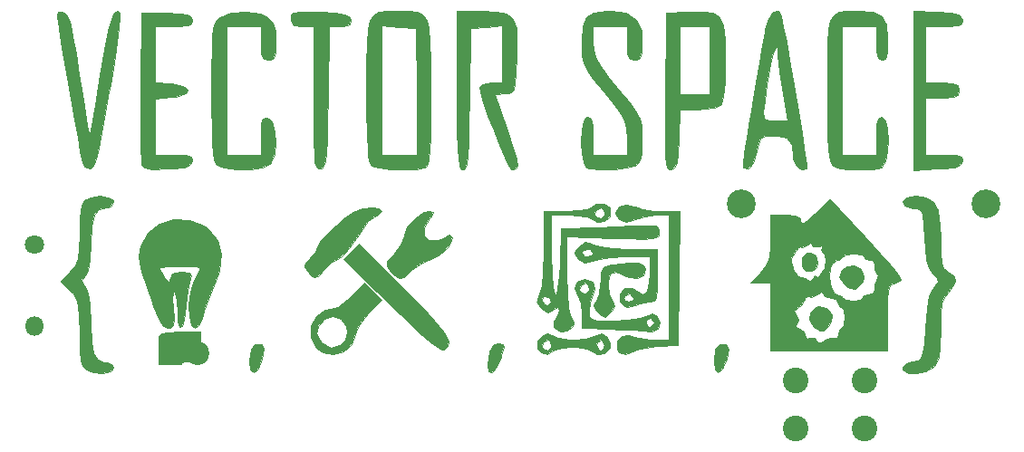
<source format=gts>
G04 #@! TF.FileFunction,Soldermask,Top*
%FSLAX46Y46*%
G04 Gerber Fmt 4.6, Leading zero omitted, Abs format (unit mm)*
G04 Created by KiCad (PCBNEW 4.0.7) date Tue Mar 13 06:06:55 2018*
%MOMM*%
%LPD*%
G01*
G04 APERTURE LIST*
%ADD10C,0.100000*%
%ADD11C,0.010000*%
%ADD12R,2.200000X2.200000*%
%ADD13C,2.200000*%
%ADD14C,1.800000*%
%ADD15O,1.800000X1.800000*%
%ADD16C,2.400000*%
%ADD17C,2.690000*%
G04 APERTURE END LIST*
D10*
D11*
G36*
X11995338Y26011681D02*
X12454188Y25713404D01*
X12488333Y25576389D01*
X12198660Y25132890D01*
X11853333Y25047222D01*
X11138069Y24887176D01*
X10682533Y24339012D01*
X10441981Y23300696D01*
X10371666Y21670192D01*
X10371666Y21668474D01*
X10317737Y20136909D01*
X10141191Y19181176D01*
X9833600Y18689836D01*
X9479474Y18280521D01*
X9654761Y17855268D01*
X9833600Y17648723D01*
X10142626Y17034674D01*
X10315776Y15960947D01*
X10371609Y14310035D01*
X10371666Y14242083D01*
X10428628Y12545794D01*
X10627951Y11442641D01*
X11012295Y10827282D01*
X11624319Y10594379D01*
X11853333Y10583333D01*
X12385531Y10341939D01*
X12488333Y10054167D01*
X12194450Y9677491D01*
X11478022Y9535181D01*
X10586877Y9641590D01*
X9930694Y9906035D01*
X9624894Y10197768D01*
X9437606Y10735436D01*
X9342594Y11665900D01*
X9313619Y13136022D01*
X9313333Y13361591D01*
X9296818Y14878888D01*
X9220376Y15869835D01*
X9043661Y16513364D01*
X8726329Y16988410D01*
X8427659Y17289615D01*
X7541985Y18121663D01*
X8427659Y19046107D01*
X8891741Y19611349D01*
X9159209Y20237037D01*
X9282303Y21133660D01*
X9313264Y22511710D01*
X9313333Y22614720D01*
X9370949Y24110351D01*
X9529632Y25192889D01*
X9736666Y25682222D01*
X10368137Y26006415D01*
X11210508Y26112793D01*
X11995338Y26011681D01*
X11995338Y26011681D01*
G37*
X11995338Y26011681D02*
X12454188Y25713404D01*
X12488333Y25576389D01*
X12198660Y25132890D01*
X11853333Y25047222D01*
X11138069Y24887176D01*
X10682533Y24339012D01*
X10441981Y23300696D01*
X10371666Y21670192D01*
X10371666Y21668474D01*
X10317737Y20136909D01*
X10141191Y19181176D01*
X9833600Y18689836D01*
X9479474Y18280521D01*
X9654761Y17855268D01*
X9833600Y17648723D01*
X10142626Y17034674D01*
X10315776Y15960947D01*
X10371609Y14310035D01*
X10371666Y14242083D01*
X10428628Y12545794D01*
X10627951Y11442641D01*
X11012295Y10827282D01*
X11624319Y10594379D01*
X11853333Y10583333D01*
X12385531Y10341939D01*
X12488333Y10054167D01*
X12194450Y9677491D01*
X11478022Y9535181D01*
X10586877Y9641590D01*
X9930694Y9906035D01*
X9624894Y10197768D01*
X9437606Y10735436D01*
X9342594Y11665900D01*
X9313619Y13136022D01*
X9313333Y13361591D01*
X9296818Y14878888D01*
X9220376Y15869835D01*
X9043661Y16513364D01*
X8726329Y16988410D01*
X8427659Y17289615D01*
X7541985Y18121663D01*
X8427659Y19046107D01*
X8891741Y19611349D01*
X9159209Y20237037D01*
X9282303Y21133660D01*
X9313264Y22511710D01*
X9313333Y22614720D01*
X9370949Y24110351D01*
X9529632Y25192889D01*
X9736666Y25682222D01*
X10368137Y26006415D01*
X11210508Y26112793D01*
X11995338Y26011681D01*
G36*
X26554886Y11825605D02*
X26382347Y10881589D01*
X25991026Y9939065D01*
X25596458Y9609200D01*
X25296531Y9903486D01*
X25188333Y10741396D01*
X25344658Y11783530D01*
X25732714Y12225487D01*
X26351416Y12290317D01*
X26554886Y11825605D01*
X26554886Y11825605D01*
G37*
X26554886Y11825605D02*
X26382347Y10881589D01*
X25991026Y9939065D01*
X25596458Y9609200D01*
X25296531Y9903486D01*
X25188333Y10741396D01*
X25344658Y11783530D01*
X25732714Y12225487D01*
X26351416Y12290317D01*
X26554886Y11825605D01*
G36*
X48887424Y12282930D02*
X48962636Y11965222D01*
X48745063Y11206855D01*
X48689157Y11044162D01*
X48255528Y10090926D01*
X47836767Y9634617D01*
X47525406Y9725675D01*
X47413333Y10348694D01*
X47579395Y11612254D01*
X48078692Y12256115D01*
X48490943Y12347222D01*
X48887424Y12282930D01*
X48887424Y12282930D01*
G37*
X48887424Y12282930D02*
X48962636Y11965222D01*
X48745063Y11206855D01*
X48689157Y11044162D01*
X48255528Y10090926D01*
X47836767Y9634617D01*
X47525406Y9725675D01*
X47413333Y10348694D01*
X47579395Y11612254D01*
X48078692Y12256115D01*
X48490943Y12347222D01*
X48887424Y12282930D01*
G36*
X69946552Y11825605D02*
X69774014Y10881589D01*
X69382693Y9939065D01*
X68988125Y9609200D01*
X68688198Y9903486D01*
X68580000Y10741396D01*
X68736325Y11783530D01*
X69124381Y12225487D01*
X69743083Y12290317D01*
X69946552Y11825605D01*
X69946552Y11825605D01*
G37*
X69946552Y11825605D02*
X69774014Y10881589D01*
X69382693Y9939065D01*
X68988125Y9609200D01*
X68688198Y9903486D01*
X68580000Y10741396D01*
X68736325Y11783530D01*
X69124381Y12225487D01*
X69743083Y12290317D01*
X69946552Y11825605D01*
G36*
X88461341Y25992246D02*
X89144309Y25579879D01*
X89542015Y24759802D01*
X89719155Y23423360D01*
X89746666Y22212214D01*
X89768753Y20781257D01*
X89859311Y19891765D01*
X90054792Y19380376D01*
X90391645Y19083727D01*
X90452222Y19050000D01*
X91013004Y18567391D01*
X91157778Y18210320D01*
X90916392Y17644591D01*
X90452222Y17109722D01*
X90091663Y16676278D01*
X89877174Y16065373D01*
X89773820Y15102348D01*
X89746672Y13612542D01*
X89746666Y13581945D01*
X89716709Y12055674D01*
X89606275Y11067182D01*
X89384525Y10450440D01*
X89101527Y10108843D01*
X88379714Y9710064D01*
X87500942Y9534488D01*
X86710670Y9588766D01*
X86254356Y9879550D01*
X86218889Y10030734D01*
X86529703Y10444740D01*
X87189028Y10648096D01*
X87656951Y10728886D01*
X87953220Y10935385D01*
X88129781Y11410910D01*
X88238581Y12298779D01*
X88331566Y13742308D01*
X88335555Y13811290D01*
X88483780Y15548403D01*
X88707753Y16710474D01*
X89034956Y17426363D01*
X89132161Y17546390D01*
X89542614Y18085616D01*
X89441547Y18481624D01*
X89058051Y18858280D01*
X88675798Y19353583D01*
X88438950Y20107654D01*
X88305391Y21296034D01*
X88261445Y22178735D01*
X88198644Y23540130D01*
X88099377Y24349879D01*
X87904908Y24761539D01*
X87556501Y24928671D01*
X87189028Y24982460D01*
X86395898Y25232653D01*
X86204228Y25615954D01*
X86577957Y25963184D01*
X87428412Y26105556D01*
X88461341Y25992246D01*
X88461341Y25992246D01*
G37*
X88461341Y25992246D02*
X89144309Y25579879D01*
X89542015Y24759802D01*
X89719155Y23423360D01*
X89746666Y22212214D01*
X89768753Y20781257D01*
X89859311Y19891765D01*
X90054792Y19380376D01*
X90391645Y19083727D01*
X90452222Y19050000D01*
X91013004Y18567391D01*
X91157778Y18210320D01*
X90916392Y17644591D01*
X90452222Y17109722D01*
X90091663Y16676278D01*
X89877174Y16065373D01*
X89773820Y15102348D01*
X89746672Y13612542D01*
X89746666Y13581945D01*
X89716709Y12055674D01*
X89606275Y11067182D01*
X89384525Y10450440D01*
X89101527Y10108843D01*
X88379714Y9710064D01*
X87500942Y9534488D01*
X86710670Y9588766D01*
X86254356Y9879550D01*
X86218889Y10030734D01*
X86529703Y10444740D01*
X87189028Y10648096D01*
X87656951Y10728886D01*
X87953220Y10935385D01*
X88129781Y11410910D01*
X88238581Y12298779D01*
X88331566Y13742308D01*
X88335555Y13811290D01*
X88483780Y15548403D01*
X88707753Y16710474D01*
X89034956Y17426363D01*
X89132161Y17546390D01*
X89542614Y18085616D01*
X89441547Y18481624D01*
X89058051Y18858280D01*
X88675798Y19353583D01*
X88438950Y20107654D01*
X88305391Y21296034D01*
X88261445Y22178735D01*
X88198644Y23540130D01*
X88099377Y24349879D01*
X87904908Y24761539D01*
X87556501Y24928671D01*
X87189028Y24982460D01*
X86395898Y25232653D01*
X86204228Y25615954D01*
X86577957Y25963184D01*
X87428412Y26105556D01*
X88461341Y25992246D01*
G36*
X20602222Y12248176D02*
X20323774Y11234926D01*
X19585366Y10653827D01*
X18532400Y10574617D01*
X17691805Y10852300D01*
X16942986Y11433955D01*
X16722040Y12313646D01*
X16721666Y12366472D01*
X16755768Y12960533D01*
X16973826Y13269744D01*
X17549474Y13387089D01*
X18656344Y13405556D01*
X20602222Y13405556D01*
X20602222Y12248176D01*
X20602222Y12248176D01*
G37*
X20602222Y12248176D02*
X20323774Y11234926D01*
X19585366Y10653827D01*
X18532400Y10574617D01*
X17691805Y10852300D01*
X16942986Y11433955D01*
X16722040Y12313646D01*
X16721666Y12366472D01*
X16755768Y12960533D01*
X16973826Y13269744D01*
X17549474Y13387089D01*
X18656344Y13405556D01*
X20602222Y13405556D01*
X20602222Y12248176D01*
G36*
X37547601Y16446251D02*
X36306856Y15175613D01*
X35581161Y14294720D01*
X35134398Y13487115D01*
X35066111Y13180774D01*
X34766863Y12247119D01*
X34015008Y11604966D01*
X33029374Y11329074D01*
X32028794Y11494200D01*
X31416620Y11934028D01*
X30915417Y12913002D01*
X30924466Y13267894D01*
X31441810Y13267894D01*
X31753609Y12655996D01*
X31979996Y12415127D01*
X32833125Y11948264D01*
X33673522Y12152636D01*
X34197731Y12721947D01*
X34295513Y13323257D01*
X34210657Y13954773D01*
X33752668Y14635011D01*
X33000141Y14865428D01*
X32204396Y14643245D01*
X31624694Y13983383D01*
X31441810Y13267894D01*
X30924466Y13267894D01*
X30942138Y13960961D01*
X31415697Y14870556D01*
X32255007Y15434435D01*
X32819824Y15522222D01*
X33466870Y15763724D01*
X34309836Y16375679D01*
X34711548Y16755103D01*
X35906503Y17987983D01*
X37547601Y16446251D01*
X37547601Y16446251D01*
G37*
X37547601Y16446251D02*
X36306856Y15175613D01*
X35581161Y14294720D01*
X35134398Y13487115D01*
X35066111Y13180774D01*
X34766863Y12247119D01*
X34015008Y11604966D01*
X33029374Y11329074D01*
X32028794Y11494200D01*
X31416620Y11934028D01*
X30915417Y12913002D01*
X30924466Y13267894D01*
X31441810Y13267894D01*
X31753609Y12655996D01*
X31979996Y12415127D01*
X32833125Y11948264D01*
X33673522Y12152636D01*
X34197731Y12721947D01*
X34295513Y13323257D01*
X34210657Y13954773D01*
X33752668Y14635011D01*
X33000141Y14865428D01*
X32204396Y14643245D01*
X31624694Y13983383D01*
X31441810Y13267894D01*
X30924466Y13267894D01*
X30942138Y13960961D01*
X31415697Y14870556D01*
X32255007Y15434435D01*
X32819824Y15522222D01*
X33466870Y15763724D01*
X34309836Y16375679D01*
X34711548Y16755103D01*
X35906503Y17987983D01*
X37547601Y16446251D01*
G36*
X58612773Y12966391D02*
X58901032Y12370855D01*
X58853830Y11880688D01*
X58374527Y11407973D01*
X57674576Y11307779D01*
X57121695Y11630643D01*
X57114722Y11641667D01*
X56657161Y11857237D01*
X55764497Y11982022D01*
X55350833Y11994445D01*
X54360467Y11920429D01*
X53698640Y11734316D01*
X53586944Y11641667D01*
X53050695Y11305325D01*
X52422641Y11458578D01*
X52116521Y11845411D01*
X52120599Y12014131D01*
X52507615Y12014131D01*
X52596998Y11867261D01*
X53109096Y11652658D01*
X53400316Y12030246D01*
X53410555Y12170833D01*
X57643889Y12170833D01*
X57834379Y11701368D01*
X57996666Y11641667D01*
X58309644Y11927402D01*
X58349444Y12170833D01*
X58158954Y12640299D01*
X57996666Y12700000D01*
X57683689Y12414265D01*
X57643889Y12170833D01*
X53410555Y12170833D01*
X53231111Y12640463D01*
X53078597Y12700000D01*
X52617934Y12466582D01*
X52507615Y12014131D01*
X52120599Y12014131D01*
X52132231Y12495324D01*
X52522294Y13042653D01*
X53071511Y13285092D01*
X53478591Y13125853D01*
X54070425Y12867879D01*
X55063117Y12716572D01*
X55527222Y12700000D01*
X56597883Y12787612D01*
X57395259Y13008411D01*
X57575853Y13125853D01*
X58102198Y13285138D01*
X58612773Y12966391D01*
X58612773Y12966391D01*
G37*
X58612773Y12966391D02*
X58901032Y12370855D01*
X58853830Y11880688D01*
X58374527Y11407973D01*
X57674576Y11307779D01*
X57121695Y11630643D01*
X57114722Y11641667D01*
X56657161Y11857237D01*
X55764497Y11982022D01*
X55350833Y11994445D01*
X54360467Y11920429D01*
X53698640Y11734316D01*
X53586944Y11641667D01*
X53050695Y11305325D01*
X52422641Y11458578D01*
X52116521Y11845411D01*
X52120599Y12014131D01*
X52507615Y12014131D01*
X52596998Y11867261D01*
X53109096Y11652658D01*
X53400316Y12030246D01*
X53410555Y12170833D01*
X57643889Y12170833D01*
X57834379Y11701368D01*
X57996666Y11641667D01*
X58309644Y11927402D01*
X58349444Y12170833D01*
X58158954Y12640299D01*
X57996666Y12700000D01*
X57683689Y12414265D01*
X57643889Y12170833D01*
X53410555Y12170833D01*
X53231111Y12640463D01*
X53078597Y12700000D01*
X52617934Y12466582D01*
X52507615Y12014131D01*
X52120599Y12014131D01*
X52132231Y12495324D01*
X52522294Y13042653D01*
X53071511Y13285092D01*
X53478591Y13125853D01*
X54070425Y12867879D01*
X55063117Y12716572D01*
X55527222Y12700000D01*
X56597883Y12787612D01*
X57395259Y13008411D01*
X57575853Y13125853D01*
X58102198Y13285138D01*
X58612773Y12966391D01*
G36*
X61171023Y25128594D02*
X61213611Y25102898D01*
X61942994Y24862121D01*
X63050368Y24715396D01*
X63644464Y24694444D01*
X65421280Y24694444D01*
X65324945Y18432639D01*
X65228611Y12170833D01*
X63288333Y12062431D01*
X62150206Y11945269D01*
X61298782Y11760002D01*
X61012916Y11621458D01*
X60331663Y11302264D01*
X59715157Y11535200D01*
X59533627Y11822548D01*
X59535533Y12558393D01*
X59992097Y13058838D01*
X60678268Y13112048D01*
X60832740Y13045365D01*
X61597423Y12821119D01*
X62669714Y12704627D01*
X62912363Y12700000D01*
X64346666Y12700000D01*
X64346666Y24341667D01*
X63107157Y24341667D01*
X62064695Y24227025D01*
X61240669Y23949499D01*
X61213611Y23933213D01*
X60406167Y23696326D01*
X59718530Y23905863D01*
X59408727Y24478259D01*
X59407777Y24518056D01*
X59689702Y25107749D01*
X60363459Y25339117D01*
X61171023Y25128594D01*
X61171023Y25128594D01*
G37*
X61171023Y25128594D02*
X61213611Y25102898D01*
X61942994Y24862121D01*
X63050368Y24715396D01*
X63644464Y24694444D01*
X65421280Y24694444D01*
X65324945Y18432639D01*
X65228611Y12170833D01*
X63288333Y12062431D01*
X62150206Y11945269D01*
X61298782Y11760002D01*
X61012916Y11621458D01*
X60331663Y11302264D01*
X59715157Y11535200D01*
X59533627Y11822548D01*
X59535533Y12558393D01*
X59992097Y13058838D01*
X60678268Y13112048D01*
X60832740Y13045365D01*
X61597423Y12821119D01*
X62669714Y12704627D01*
X62912363Y12700000D01*
X64346666Y12700000D01*
X64346666Y24341667D01*
X63107157Y24341667D01*
X62064695Y24227025D01*
X61240669Y23949499D01*
X61213611Y23933213D01*
X60406167Y23696326D01*
X59718530Y23905863D01*
X59408727Y24478259D01*
X59407777Y24518056D01*
X59689702Y25107749D01*
X60363459Y25339117D01*
X61171023Y25128594D01*
G36*
X39664839Y17454846D02*
X41412932Y15674352D01*
X42661396Y14299758D01*
X43444693Y13275922D01*
X43797281Y12547706D01*
X43753621Y12059967D01*
X43348174Y11757566D01*
X43248003Y11721365D01*
X42858895Y11908606D01*
X42065607Y12522212D01*
X40957873Y13484705D01*
X39625427Y14718607D01*
X38393148Y15913106D01*
X33999456Y20256802D01*
X35423179Y21680525D01*
X39664839Y17454846D01*
X39664839Y17454846D01*
G37*
X39664839Y17454846D02*
X41412932Y15674352D01*
X42661396Y14299758D01*
X43444693Y13275922D01*
X43797281Y12547706D01*
X43753621Y12059967D01*
X43348174Y11757566D01*
X43248003Y11721365D01*
X42858895Y11908606D01*
X42065607Y12522212D01*
X40957873Y13484705D01*
X39625427Y14718607D01*
X38393148Y15913106D01*
X33999456Y20256802D01*
X35423179Y21680525D01*
X39664839Y17454846D01*
G36*
X82980938Y21982174D02*
X84349898Y20507708D01*
X85282823Y19464585D01*
X85832749Y18775602D01*
X86052711Y18363558D01*
X85995745Y18151250D01*
X85714887Y18061475D01*
X85677810Y18056429D01*
X85264512Y17972868D01*
X85008500Y17757522D01*
X84872136Y17269215D01*
X84817779Y16366773D01*
X84807788Y14909020D01*
X84807778Y14793234D01*
X84807778Y11641667D01*
X73871666Y11641667D01*
X73871666Y15433055D01*
X76081575Y15433055D01*
X76273726Y15095718D01*
X76486972Y14576333D01*
X76289521Y14225338D01*
X76114801Y13845750D01*
X76474304Y13758333D01*
X76968715Y13476161D01*
X77046666Y13191423D01*
X77263577Y12790862D01*
X77575833Y12827574D01*
X78030090Y12834907D01*
X78105000Y12688928D01*
X78331730Y12371492D01*
X78777559Y12470741D01*
X78977422Y12684593D01*
X79436348Y12876779D01*
X79703797Y12823238D01*
X80146825Y12892298D01*
X80221666Y13191423D01*
X80371519Y13685043D01*
X80515648Y13758333D01*
X80723303Y14064771D01*
X80809629Y14801148D01*
X80726217Y15475491D01*
X80524616Y15667334D01*
X80515648Y15662273D01*
X80262734Y15776447D01*
X80221666Y16030569D01*
X79926735Y16484323D01*
X79516111Y16580556D01*
X78943163Y16746142D01*
X78810555Y16976529D01*
X78650415Y17171844D01*
X78296842Y16946159D01*
X77697244Y16692577D01*
X77414898Y16747394D01*
X77093950Y16683851D01*
X77046666Y16462730D01*
X76759462Y15912900D01*
X76458509Y15724789D01*
X76081575Y15433055D01*
X73871666Y15433055D01*
X73871666Y17991667D01*
X71975774Y17991667D01*
X72923720Y18981109D01*
X73466413Y19647745D01*
X73587110Y19949851D01*
X75800192Y19949851D01*
X76094791Y19079380D01*
X76462936Y18566540D01*
X76706478Y18528614D01*
X77121588Y18454841D01*
X77242776Y18312535D01*
X77558556Y18140326D01*
X77790917Y18394975D01*
X77894306Y18502091D01*
X79340512Y18502091D01*
X79504727Y17614286D01*
X79847735Y17031171D01*
X80086403Y16933333D01*
X80529296Y16762490D01*
X80574444Y16639352D01*
X80880882Y16431696D01*
X81617259Y16345370D01*
X82291602Y16428783D01*
X82483444Y16630384D01*
X82478384Y16639352D01*
X82619930Y16869556D01*
X83043889Y16933333D01*
X83550400Y17069243D01*
X83563505Y17301565D01*
X83562823Y17850889D01*
X83736204Y18152102D01*
X83931903Y18676284D01*
X83781982Y18853502D01*
X83574680Y19321828D01*
X83626206Y19590464D01*
X83557146Y20033492D01*
X83258021Y20108333D01*
X82764401Y20258186D01*
X82691111Y20402315D01*
X82384321Y20608795D01*
X81645223Y20696276D01*
X81632778Y20696296D01*
X80889447Y20611077D01*
X80574517Y20405772D01*
X80574444Y20402315D01*
X80290827Y20135527D01*
X80086422Y20108333D01*
X79606009Y19813975D01*
X79423075Y19437888D01*
X79340512Y18502091D01*
X77894306Y18502091D01*
X78050767Y18664191D01*
X78099598Y18583829D01*
X78297117Y18545382D01*
X78558714Y18760218D01*
X78910826Y19369806D01*
X79061450Y20099206D01*
X78981794Y20665664D01*
X78767811Y20813889D01*
X78593843Y21038424D01*
X78671218Y21226617D01*
X78688314Y21491536D01*
X78339260Y21414078D01*
X77849925Y21397266D01*
X77752222Y21573712D01*
X77560049Y21736795D01*
X77223055Y21519444D01*
X76797165Y21283165D01*
X76693889Y21367286D01*
X76525748Y21353719D01*
X76206253Y20987416D01*
X75853049Y20317460D01*
X75800192Y19949851D01*
X73587110Y19949851D01*
X73753237Y20365666D01*
X73860952Y21391961D01*
X73871666Y22156109D01*
X73871666Y24341667D01*
X75282778Y24341667D01*
X76229145Y24269957D01*
X76639201Y24009753D01*
X76693889Y23740905D01*
X76832654Y23517842D01*
X77292097Y23775870D01*
X78053961Y24468217D01*
X79414033Y25796292D01*
X82980938Y21982174D01*
X82980938Y21982174D01*
G37*
X82980938Y21982174D02*
X84349898Y20507708D01*
X85282823Y19464585D01*
X85832749Y18775602D01*
X86052711Y18363558D01*
X85995745Y18151250D01*
X85714887Y18061475D01*
X85677810Y18056429D01*
X85264512Y17972868D01*
X85008500Y17757522D01*
X84872136Y17269215D01*
X84817779Y16366773D01*
X84807788Y14909020D01*
X84807778Y14793234D01*
X84807778Y11641667D01*
X73871666Y11641667D01*
X73871666Y15433055D01*
X76081575Y15433055D01*
X76273726Y15095718D01*
X76486972Y14576333D01*
X76289521Y14225338D01*
X76114801Y13845750D01*
X76474304Y13758333D01*
X76968715Y13476161D01*
X77046666Y13191423D01*
X77263577Y12790862D01*
X77575833Y12827574D01*
X78030090Y12834907D01*
X78105000Y12688928D01*
X78331730Y12371492D01*
X78777559Y12470741D01*
X78977422Y12684593D01*
X79436348Y12876779D01*
X79703797Y12823238D01*
X80146825Y12892298D01*
X80221666Y13191423D01*
X80371519Y13685043D01*
X80515648Y13758333D01*
X80723303Y14064771D01*
X80809629Y14801148D01*
X80726217Y15475491D01*
X80524616Y15667334D01*
X80515648Y15662273D01*
X80262734Y15776447D01*
X80221666Y16030569D01*
X79926735Y16484323D01*
X79516111Y16580556D01*
X78943163Y16746142D01*
X78810555Y16976529D01*
X78650415Y17171844D01*
X78296842Y16946159D01*
X77697244Y16692577D01*
X77414898Y16747394D01*
X77093950Y16683851D01*
X77046666Y16462730D01*
X76759462Y15912900D01*
X76458509Y15724789D01*
X76081575Y15433055D01*
X73871666Y15433055D01*
X73871666Y17991667D01*
X71975774Y17991667D01*
X72923720Y18981109D01*
X73466413Y19647745D01*
X73587110Y19949851D01*
X75800192Y19949851D01*
X76094791Y19079380D01*
X76462936Y18566540D01*
X76706478Y18528614D01*
X77121588Y18454841D01*
X77242776Y18312535D01*
X77558556Y18140326D01*
X77790917Y18394975D01*
X77894306Y18502091D01*
X79340512Y18502091D01*
X79504727Y17614286D01*
X79847735Y17031171D01*
X80086403Y16933333D01*
X80529296Y16762490D01*
X80574444Y16639352D01*
X80880882Y16431696D01*
X81617259Y16345370D01*
X82291602Y16428783D01*
X82483444Y16630384D01*
X82478384Y16639352D01*
X82619930Y16869556D01*
X83043889Y16933333D01*
X83550400Y17069243D01*
X83563505Y17301565D01*
X83562823Y17850889D01*
X83736204Y18152102D01*
X83931903Y18676284D01*
X83781982Y18853502D01*
X83574680Y19321828D01*
X83626206Y19590464D01*
X83557146Y20033492D01*
X83258021Y20108333D01*
X82764401Y20258186D01*
X82691111Y20402315D01*
X82384321Y20608795D01*
X81645223Y20696276D01*
X81632778Y20696296D01*
X80889447Y20611077D01*
X80574517Y20405772D01*
X80574444Y20402315D01*
X80290827Y20135527D01*
X80086422Y20108333D01*
X79606009Y19813975D01*
X79423075Y19437888D01*
X79340512Y18502091D01*
X77894306Y18502091D01*
X78050767Y18664191D01*
X78099598Y18583829D01*
X78297117Y18545382D01*
X78558714Y18760218D01*
X78910826Y19369806D01*
X79061450Y20099206D01*
X78981794Y20665664D01*
X78767811Y20813889D01*
X78593843Y21038424D01*
X78671218Y21226617D01*
X78688314Y21491536D01*
X78339260Y21414078D01*
X77849925Y21397266D01*
X77752222Y21573712D01*
X77560049Y21736795D01*
X77223055Y21519444D01*
X76797165Y21283165D01*
X76693889Y21367286D01*
X76525748Y21353719D01*
X76206253Y20987416D01*
X75853049Y20317460D01*
X75800192Y19949851D01*
X73587110Y19949851D01*
X73753237Y20365666D01*
X73860952Y21391961D01*
X73871666Y22156109D01*
X73871666Y24341667D01*
X75282778Y24341667D01*
X76229145Y24269957D01*
X76639201Y24009753D01*
X76693889Y23740905D01*
X76832654Y23517842D01*
X77292097Y23775870D01*
X78053961Y24468217D01*
X79414033Y25796292D01*
X82980938Y21982174D01*
G36*
X58858935Y25079058D02*
X58920490Y24503615D01*
X58842012Y24197113D01*
X58364946Y23744572D01*
X57663204Y23659076D01*
X57116284Y23986375D01*
X57114722Y23988889D01*
X56662625Y24193577D01*
X55754707Y24320871D01*
X55153624Y24341667D01*
X53410555Y24341667D01*
X53410555Y20658320D01*
X53450025Y18832592D01*
X53552973Y17570084D01*
X53696213Y16895373D01*
X53856556Y16833037D01*
X54010814Y17407655D01*
X54135797Y18643803D01*
X54190901Y19831214D01*
X54292500Y23106944D01*
X57820277Y23210331D01*
X59453342Y23262359D01*
X60929964Y23316826D01*
X62034925Y23365453D01*
X62406389Y23386720D01*
X63170254Y23343384D01*
X63447346Y22989572D01*
X63464722Y22754167D01*
X63428083Y22460210D01*
X63240929Y22266817D01*
X62787400Y22158431D01*
X61951637Y22119498D01*
X60617783Y22134461D01*
X59143194Y22173943D01*
X54821666Y22299274D01*
X54821666Y18804915D01*
X54862806Y17051966D01*
X54978658Y15749055D01*
X55157874Y15006765D01*
X55221287Y14910935D01*
X55461244Y14269992D01*
X55408748Y13958435D01*
X54933349Y13502439D01*
X54245893Y13447861D01*
X53701183Y13801724D01*
X53640095Y13923425D01*
X53643856Y14491084D01*
X53778740Y14649800D01*
X54081918Y15147487D01*
X54116111Y15409849D01*
X54027259Y15768047D01*
X53649608Y15573089D01*
X53569239Y15507528D01*
X53051222Y15249851D01*
X52535167Y15544000D01*
X52429607Y15646424D01*
X52037818Y16225214D01*
X52071126Y16342396D01*
X52501757Y16342396D01*
X52784087Y15959214D01*
X53078597Y15875000D01*
X53404185Y16111694D01*
X53410555Y16168982D01*
X53180426Y16680232D01*
X52702719Y16751227D01*
X52650040Y16722977D01*
X52501757Y16342396D01*
X52071126Y16342396D01*
X52211436Y16836011D01*
X52270924Y16934249D01*
X52491780Y17672255D01*
X52639871Y18998681D01*
X52703440Y20799038D01*
X52705000Y21161880D01*
X52705000Y24361353D01*
X57446504Y24361353D01*
X57535887Y24214483D01*
X58047985Y23999880D01*
X58339205Y24377469D01*
X58349444Y24518056D01*
X58170000Y24987685D01*
X58017486Y25047222D01*
X57556822Y24813804D01*
X57446504Y24361353D01*
X52705000Y24361353D01*
X52705000Y24694444D01*
X54800847Y24694444D01*
X55956308Y24749562D01*
X56805142Y24892417D01*
X57114722Y25047222D01*
X57634006Y25348376D01*
X58359184Y25358300D01*
X58858935Y25079058D01*
X58858935Y25079058D01*
G37*
X58858935Y25079058D02*
X58920490Y24503615D01*
X58842012Y24197113D01*
X58364946Y23744572D01*
X57663204Y23659076D01*
X57116284Y23986375D01*
X57114722Y23988889D01*
X56662625Y24193577D01*
X55754707Y24320871D01*
X55153624Y24341667D01*
X53410555Y24341667D01*
X53410555Y20658320D01*
X53450025Y18832592D01*
X53552973Y17570084D01*
X53696213Y16895373D01*
X53856556Y16833037D01*
X54010814Y17407655D01*
X54135797Y18643803D01*
X54190901Y19831214D01*
X54292500Y23106944D01*
X57820277Y23210331D01*
X59453342Y23262359D01*
X60929964Y23316826D01*
X62034925Y23365453D01*
X62406389Y23386720D01*
X63170254Y23343384D01*
X63447346Y22989572D01*
X63464722Y22754167D01*
X63428083Y22460210D01*
X63240929Y22266817D01*
X62787400Y22158431D01*
X61951637Y22119498D01*
X60617783Y22134461D01*
X59143194Y22173943D01*
X54821666Y22299274D01*
X54821666Y18804915D01*
X54862806Y17051966D01*
X54978658Y15749055D01*
X55157874Y15006765D01*
X55221287Y14910935D01*
X55461244Y14269992D01*
X55408748Y13958435D01*
X54933349Y13502439D01*
X54245893Y13447861D01*
X53701183Y13801724D01*
X53640095Y13923425D01*
X53643856Y14491084D01*
X53778740Y14649800D01*
X54081918Y15147487D01*
X54116111Y15409849D01*
X54027259Y15768047D01*
X53649608Y15573089D01*
X53569239Y15507528D01*
X53051222Y15249851D01*
X52535167Y15544000D01*
X52429607Y15646424D01*
X52037818Y16225214D01*
X52071126Y16342396D01*
X52501757Y16342396D01*
X52784087Y15959214D01*
X53078597Y15875000D01*
X53404185Y16111694D01*
X53410555Y16168982D01*
X53180426Y16680232D01*
X52702719Y16751227D01*
X52650040Y16722977D01*
X52501757Y16342396D01*
X52071126Y16342396D01*
X52211436Y16836011D01*
X52270924Y16934249D01*
X52491780Y17672255D01*
X52639871Y18998681D01*
X52703440Y20799038D01*
X52705000Y21161880D01*
X52705000Y24361353D01*
X57446504Y24361353D01*
X57535887Y24214483D01*
X58047985Y23999880D01*
X58339205Y24377469D01*
X58349444Y24518056D01*
X58170000Y24987685D01*
X58017486Y25047222D01*
X57556822Y24813804D01*
X57446504Y24361353D01*
X52705000Y24361353D01*
X52705000Y24694444D01*
X54800847Y24694444D01*
X55956308Y24749562D01*
X56805142Y24892417D01*
X57114722Y25047222D01*
X57634006Y25348376D01*
X58359184Y25358300D01*
X58858935Y25079058D01*
G36*
X57230814Y18078638D02*
X57452014Y17439605D01*
X57263874Y16901342D01*
X57023066Y16183610D01*
X56943735Y15434028D01*
X56971351Y14913315D01*
X57167664Y14623102D01*
X57691869Y14496020D01*
X58703165Y14464697D01*
X59236175Y14463889D01*
X60544495Y14528494D01*
X61645678Y14696607D01*
X62225981Y14896027D01*
X62891555Y15146290D01*
X63326371Y14919740D01*
X63579794Y14293604D01*
X63338086Y13710072D01*
X62736908Y13472834D01*
X62682044Y13477362D01*
X62047016Y13524896D01*
X60921942Y13587028D01*
X59521844Y13652175D01*
X59143194Y13668018D01*
X56232778Y13786868D01*
X56232778Y14287500D01*
X62230000Y14287500D01*
X62408999Y13848443D01*
X62609236Y13825949D01*
X62973712Y14190150D01*
X62988472Y14287500D01*
X62713827Y14701144D01*
X62609236Y14749051D01*
X62287559Y14578758D01*
X62230000Y14287500D01*
X56232778Y14287500D01*
X56232778Y15113156D01*
X56132667Y16088923D01*
X55886418Y16773986D01*
X55833157Y16839065D01*
X55650938Y17305797D01*
X56035393Y17305797D01*
X56124776Y17158928D01*
X56636873Y16944324D01*
X56928094Y17321913D01*
X56938333Y17462500D01*
X56758889Y17932129D01*
X56606375Y17991667D01*
X56145711Y17758249D01*
X56035393Y17305797D01*
X55650938Y17305797D01*
X55586043Y17472015D01*
X55859936Y18070807D01*
X56518760Y18344291D01*
X56536740Y18344444D01*
X57230814Y18078638D01*
X57230814Y18078638D01*
G37*
X57230814Y18078638D02*
X57452014Y17439605D01*
X57263874Y16901342D01*
X57023066Y16183610D01*
X56943735Y15434028D01*
X56971351Y14913315D01*
X57167664Y14623102D01*
X57691869Y14496020D01*
X58703165Y14464697D01*
X59236175Y14463889D01*
X60544495Y14528494D01*
X61645678Y14696607D01*
X62225981Y14896027D01*
X62891555Y15146290D01*
X63326371Y14919740D01*
X63579794Y14293604D01*
X63338086Y13710072D01*
X62736908Y13472834D01*
X62682044Y13477362D01*
X62047016Y13524896D01*
X60921942Y13587028D01*
X59521844Y13652175D01*
X59143194Y13668018D01*
X56232778Y13786868D01*
X56232778Y14287500D01*
X62230000Y14287500D01*
X62408999Y13848443D01*
X62609236Y13825949D01*
X62973712Y14190150D01*
X62988472Y14287500D01*
X62713827Y14701144D01*
X62609236Y14749051D01*
X62287559Y14578758D01*
X62230000Y14287500D01*
X56232778Y14287500D01*
X56232778Y15113156D01*
X56132667Y16088923D01*
X55886418Y16773986D01*
X55833157Y16839065D01*
X55650938Y17305797D01*
X56035393Y17305797D01*
X56124776Y17158928D01*
X56636873Y16944324D01*
X56928094Y17321913D01*
X56938333Y17462500D01*
X56758889Y17932129D01*
X56606375Y17991667D01*
X56145711Y17758249D01*
X56035393Y17305797D01*
X55650938Y17305797D01*
X55586043Y17472015D01*
X55859936Y18070807D01*
X56518760Y18344291D01*
X56536740Y18344444D01*
X57230814Y18078638D01*
G36*
X19587135Y23879157D02*
X20937014Y23333062D01*
X21268715Y23085679D01*
X22217380Y21985332D01*
X22590035Y20706237D01*
X22398343Y19149732D01*
X21898462Y17757692D01*
X21387968Y16497405D01*
X20979496Y15353282D01*
X20799889Y14728472D01*
X20483075Y14024826D01*
X20066334Y13758333D01*
X19750426Y14068782D01*
X19578925Y14860815D01*
X19551527Y15925458D01*
X19667923Y17053742D01*
X19927809Y18036693D01*
X20073055Y18344444D01*
X20441457Y19037609D01*
X20588678Y19402778D01*
X20276206Y19499366D01*
X19458118Y19563435D01*
X18660830Y19579167D01*
X17600738Y19550175D01*
X16901122Y19475386D01*
X16732814Y19402778D01*
X16930447Y19017024D01*
X17262053Y18541602D01*
X17644958Y18099012D01*
X17771594Y18223505D01*
X17780000Y18453407D01*
X18005768Y18899743D01*
X18765192Y19048855D01*
X18876076Y19050000D01*
X19611138Y18986528D01*
X19789237Y18724048D01*
X19691124Y18432639D01*
X19511803Y17749183D01*
X19348709Y16645774D01*
X19269269Y15786806D01*
X19118027Y14580323D01*
X18906007Y13914137D01*
X18690911Y13826943D01*
X18530441Y14357435D01*
X18480153Y15257639D01*
X18411946Y16302556D01*
X18248351Y17078082D01*
X18185275Y17213248D01*
X18054884Y17156579D01*
X18015591Y16534220D01*
X18057972Y15713943D01*
X18124574Y14592622D01*
X18056768Y14005805D01*
X17812277Y13788480D01*
X17559101Y13766846D01*
X17122843Y13959585D01*
X16694776Y14599102D01*
X16206825Y15795235D01*
X16083269Y16148096D01*
X15500515Y17863032D01*
X15122318Y19059270D01*
X14919428Y19883803D01*
X14862594Y20483623D01*
X14922563Y21005721D01*
X15029246Y21444687D01*
X15678842Y22650496D01*
X16776233Y23490057D01*
X18139602Y23915550D01*
X19587135Y23879157D01*
X19587135Y23879157D01*
G37*
X19587135Y23879157D02*
X20937014Y23333062D01*
X21268715Y23085679D01*
X22217380Y21985332D01*
X22590035Y20706237D01*
X22398343Y19149732D01*
X21898462Y17757692D01*
X21387968Y16497405D01*
X20979496Y15353282D01*
X20799889Y14728472D01*
X20483075Y14024826D01*
X20066334Y13758333D01*
X19750426Y14068782D01*
X19578925Y14860815D01*
X19551527Y15925458D01*
X19667923Y17053742D01*
X19927809Y18036693D01*
X20073055Y18344444D01*
X20441457Y19037609D01*
X20588678Y19402778D01*
X20276206Y19499366D01*
X19458118Y19563435D01*
X18660830Y19579167D01*
X17600738Y19550175D01*
X16901122Y19475386D01*
X16732814Y19402778D01*
X16930447Y19017024D01*
X17262053Y18541602D01*
X17644958Y18099012D01*
X17771594Y18223505D01*
X17780000Y18453407D01*
X18005768Y18899743D01*
X18765192Y19048855D01*
X18876076Y19050000D01*
X19611138Y18986528D01*
X19789237Y18724048D01*
X19691124Y18432639D01*
X19511803Y17749183D01*
X19348709Y16645774D01*
X19269269Y15786806D01*
X19118027Y14580323D01*
X18906007Y13914137D01*
X18690911Y13826943D01*
X18530441Y14357435D01*
X18480153Y15257639D01*
X18411946Y16302556D01*
X18248351Y17078082D01*
X18185275Y17213248D01*
X18054884Y17156579D01*
X18015591Y16534220D01*
X18057972Y15713943D01*
X18124574Y14592622D01*
X18056768Y14005805D01*
X17812277Y13788480D01*
X17559101Y13766846D01*
X17122843Y13959585D01*
X16694776Y14599102D01*
X16206825Y15795235D01*
X16083269Y16148096D01*
X15500515Y17863032D01*
X15122318Y19059270D01*
X14919428Y19883803D01*
X14862594Y20483623D01*
X14922563Y21005721D01*
X15029246Y21444687D01*
X15678842Y22650496D01*
X16776233Y23490057D01*
X18139602Y23915550D01*
X19587135Y23879157D01*
G36*
X61986004Y19654940D02*
X62154687Y19313517D01*
X62008190Y18710797D01*
X61427662Y18416719D01*
X60650619Y18523511D01*
X60424167Y18641547D01*
X59489534Y19048298D01*
X58923335Y18857182D01*
X58705956Y18059589D01*
X58702222Y17885833D01*
X58818882Y16956500D01*
X59100555Y16323683D01*
X59110604Y16313285D01*
X59327659Y15823622D01*
X59067408Y15360785D01*
X58576147Y14910332D01*
X58349444Y14816667D01*
X57929867Y15056504D01*
X57631480Y15360785D01*
X57366563Y15926522D01*
X57588284Y16313285D01*
X57855889Y16913621D01*
X57992240Y17870320D01*
X57996666Y18073294D01*
X58051335Y18924777D01*
X58317254Y19425548D01*
X58947292Y19685370D01*
X60094315Y19814002D01*
X60452920Y19836909D01*
X61474422Y19841151D01*
X61986004Y19654940D01*
X61986004Y19654940D01*
G37*
X61986004Y19654940D02*
X62154687Y19313517D01*
X62008190Y18710797D01*
X61427662Y18416719D01*
X60650619Y18523511D01*
X60424167Y18641547D01*
X59489534Y19048298D01*
X58923335Y18857182D01*
X58705956Y18059589D01*
X58702222Y17885833D01*
X58818882Y16956500D01*
X59100555Y16323683D01*
X59110604Y16313285D01*
X59327659Y15823622D01*
X59067408Y15360785D01*
X58576147Y14910332D01*
X58349444Y14816667D01*
X57929867Y15056504D01*
X57631480Y15360785D01*
X57366563Y15926522D01*
X57588284Y16313285D01*
X57855889Y16913621D01*
X57992240Y17870320D01*
X57996666Y18073294D01*
X58051335Y18924777D01*
X58317254Y19425548D01*
X58947292Y19685370D01*
X60094315Y19814002D01*
X60452920Y19836909D01*
X61474422Y19841151D01*
X61986004Y19654940D01*
G36*
X57165921Y21676286D02*
X57292027Y21600743D01*
X57991834Y21382086D01*
X59167520Y21227519D01*
X60590247Y21166731D01*
X60637713Y21166667D01*
X63288333Y21166667D01*
X63288333Y18697222D01*
X63270275Y17401354D01*
X63186274Y16659111D01*
X62991589Y16318882D01*
X62641477Y16229054D01*
X62559585Y16227778D01*
X61645409Y16079201D01*
X61236669Y15922670D01*
X60513109Y15738084D01*
X60201527Y15775679D01*
X59820871Y16215022D01*
X59817267Y16607014D01*
X60180949Y16607014D01*
X60351242Y16285337D01*
X60642500Y16227778D01*
X61081557Y16406777D01*
X61104051Y16607014D01*
X60739849Y16971490D01*
X60642500Y16986250D01*
X60228856Y16711605D01*
X60180949Y16607014D01*
X59817267Y16607014D01*
X59814702Y16885993D01*
X60160468Y17436985D01*
X60313435Y17520415D01*
X61008722Y17497389D01*
X61265935Y17332954D01*
X61918017Y16905520D01*
X62349359Y17148168D01*
X62559990Y18060930D01*
X62582777Y18697222D01*
X62582777Y20461111D01*
X60266530Y20461111D01*
X58947064Y20403501D01*
X57828448Y20253528D01*
X57226762Y20073895D01*
X56521051Y19884991D01*
X55939637Y20250284D01*
X55571009Y20729136D01*
X55602289Y20813889D01*
X56232778Y20813889D01*
X56518512Y20500912D01*
X56761944Y20461111D01*
X57231410Y20651601D01*
X57291111Y20813889D01*
X57005376Y21126866D01*
X56761944Y21166667D01*
X56292478Y20976177D01*
X56232778Y20813889D01*
X55602289Y20813889D01*
X55724964Y21146273D01*
X55986496Y21424354D01*
X56569237Y21828936D01*
X57165921Y21676286D01*
X57165921Y21676286D01*
G37*
X57165921Y21676286D02*
X57292027Y21600743D01*
X57991834Y21382086D01*
X59167520Y21227519D01*
X60590247Y21166731D01*
X60637713Y21166667D01*
X63288333Y21166667D01*
X63288333Y18697222D01*
X63270275Y17401354D01*
X63186274Y16659111D01*
X62991589Y16318882D01*
X62641477Y16229054D01*
X62559585Y16227778D01*
X61645409Y16079201D01*
X61236669Y15922670D01*
X60513109Y15738084D01*
X60201527Y15775679D01*
X59820871Y16215022D01*
X59817267Y16607014D01*
X60180949Y16607014D01*
X60351242Y16285337D01*
X60642500Y16227778D01*
X61081557Y16406777D01*
X61104051Y16607014D01*
X60739849Y16971490D01*
X60642500Y16986250D01*
X60228856Y16711605D01*
X60180949Y16607014D01*
X59817267Y16607014D01*
X59814702Y16885993D01*
X60160468Y17436985D01*
X60313435Y17520415D01*
X61008722Y17497389D01*
X61265935Y17332954D01*
X61918017Y16905520D01*
X62349359Y17148168D01*
X62559990Y18060930D01*
X62582777Y18697222D01*
X62582777Y20461111D01*
X60266530Y20461111D01*
X58947064Y20403501D01*
X57828448Y20253528D01*
X57226762Y20073895D01*
X56521051Y19884991D01*
X55939637Y20250284D01*
X55571009Y20729136D01*
X55602289Y20813889D01*
X56232778Y20813889D01*
X56518512Y20500912D01*
X56761944Y20461111D01*
X57231410Y20651601D01*
X57291111Y20813889D01*
X57005376Y21126866D01*
X56761944Y21166667D01*
X56292478Y20976177D01*
X56232778Y20813889D01*
X55602289Y20813889D01*
X55724964Y21146273D01*
X55986496Y21424354D01*
X56569237Y21828936D01*
X57165921Y21676286D01*
G36*
X37329965Y24943639D02*
X37535555Y24718217D01*
X37246220Y24352909D01*
X36886484Y24183205D01*
X36266219Y23732812D01*
X35756795Y23012904D01*
X35213485Y22123545D01*
X34509604Y21217303D01*
X33812538Y20485777D01*
X33289669Y20120564D01*
X33219299Y20108333D01*
X32804094Y19865131D01*
X32197320Y19272087D01*
X32131777Y19197083D01*
X31580401Y18606318D01*
X31225704Y18514315D01*
X30812068Y18878323D01*
X30734731Y18963433D01*
X30332869Y19496164D01*
X30435218Y19893589D01*
X30829922Y20282138D01*
X31359739Y20897782D01*
X31538333Y21326136D01*
X31789730Y21806048D01*
X32428701Y22546335D01*
X33282411Y23378707D01*
X34178028Y24134873D01*
X34942720Y24646544D01*
X34954724Y24652735D01*
X35791932Y24937523D01*
X36668006Y25036631D01*
X37329965Y24943639D01*
X37329965Y24943639D01*
G37*
X37329965Y24943639D02*
X37535555Y24718217D01*
X37246220Y24352909D01*
X36886484Y24183205D01*
X36266219Y23732812D01*
X35756795Y23012904D01*
X35213485Y22123545D01*
X34509604Y21217303D01*
X33812538Y20485777D01*
X33289669Y20120564D01*
X33219299Y20108333D01*
X32804094Y19865131D01*
X32197320Y19272087D01*
X32131777Y19197083D01*
X31580401Y18606318D01*
X31225704Y18514315D01*
X30812068Y18878323D01*
X30734731Y18963433D01*
X30332869Y19496164D01*
X30435218Y19893589D01*
X30829922Y20282138D01*
X31359739Y20897782D01*
X31538333Y21326136D01*
X31789730Y21806048D01*
X32428701Y22546335D01*
X33282411Y23378707D01*
X34178028Y24134873D01*
X34942720Y24646544D01*
X34954724Y24652735D01*
X35791932Y24937523D01*
X36668006Y25036631D01*
X37329965Y24943639D01*
G36*
X42371252Y24645387D02*
X42284948Y24378084D01*
X41999954Y24049305D01*
X41503823Y23178791D01*
X41536391Y22434011D01*
X41989293Y21974405D01*
X42754164Y21959414D01*
X43261084Y22193768D01*
X43935789Y22479618D01*
X44153791Y22256113D01*
X43885782Y21575272D01*
X43740944Y21342044D01*
X42972631Y20608965D01*
X42130367Y20233546D01*
X41145762Y19822779D01*
X40320993Y19187234D01*
X39639752Y18537650D01*
X39161338Y18417182D01*
X38641574Y18809056D01*
X38411998Y19056079D01*
X38025070Y19549550D01*
X38031132Y19946214D01*
X38475596Y20504296D01*
X38710100Y20751077D01*
X39329805Y21574973D01*
X39642946Y22337864D01*
X39652222Y22447393D01*
X39941677Y23261962D01*
X40639913Y24063916D01*
X41491741Y24602002D01*
X41934496Y24694444D01*
X42371252Y24645387D01*
X42371252Y24645387D01*
G37*
X42371252Y24645387D02*
X42284948Y24378084D01*
X41999954Y24049305D01*
X41503823Y23178791D01*
X41536391Y22434011D01*
X41989293Y21974405D01*
X42754164Y21959414D01*
X43261084Y22193768D01*
X43935789Y22479618D01*
X44153791Y22256113D01*
X43885782Y21575272D01*
X43740944Y21342044D01*
X42972631Y20608965D01*
X42130367Y20233546D01*
X41145762Y19822779D01*
X40320993Y19187234D01*
X39639752Y18537650D01*
X39161338Y18417182D01*
X38641574Y18809056D01*
X38411998Y19056079D01*
X38025070Y19549550D01*
X38031132Y19946214D01*
X38475596Y20504296D01*
X38710100Y20751077D01*
X39329805Y21574973D01*
X39642946Y22337864D01*
X39652222Y22447393D01*
X39941677Y23261962D01*
X40639913Y24063916D01*
X41491741Y24602002D01*
X41934496Y24694444D01*
X42371252Y24645387D01*
G36*
X13067425Y43282945D02*
X13082952Y42878621D01*
X12989225Y41886756D01*
X12800290Y40414510D01*
X12530190Y38569041D01*
X12192970Y36457507D01*
X12100121Y35902375D01*
X11669822Y33411318D01*
X11320072Y31539276D01*
X11031307Y30206846D01*
X10783965Y29334625D01*
X10558483Y28843211D01*
X10335297Y28653202D01*
X10312770Y28647801D01*
X9796414Y28838194D01*
X9529051Y29525501D01*
X9382860Y30296638D01*
X9146361Y31603361D01*
X8847486Y33285681D01*
X8514166Y35183606D01*
X8174333Y37137145D01*
X7855920Y38986308D01*
X7586857Y40571103D01*
X7395076Y41731541D01*
X7364257Y41925271D01*
X7247708Y42869599D01*
X7327058Y43290377D01*
X7651164Y43354115D01*
X7777459Y43333530D01*
X8036721Y43200717D01*
X8261956Y42845360D01*
X8478348Y42170194D01*
X8711081Y41077956D01*
X8985339Y39471383D01*
X9291230Y37487081D01*
X9584472Y35587584D01*
X9849310Y33969233D01*
X10066138Y32744311D01*
X10215351Y32025100D01*
X10269697Y31883216D01*
X10362184Y32254580D01*
X10539411Y33201067D01*
X10780023Y34600268D01*
X11062663Y36329774D01*
X11228931Y37381524D01*
X11628366Y39780341D01*
X11980718Y41528444D01*
X12302187Y42677830D01*
X12608970Y43280499D01*
X12917268Y43388448D01*
X13067425Y43282945D01*
X13067425Y43282945D01*
G37*
X13067425Y43282945D02*
X13082952Y42878621D01*
X12989225Y41886756D01*
X12800290Y40414510D01*
X12530190Y38569041D01*
X12192970Y36457507D01*
X12100121Y35902375D01*
X11669822Y33411318D01*
X11320072Y31539276D01*
X11031307Y30206846D01*
X10783965Y29334625D01*
X10558483Y28843211D01*
X10335297Y28653202D01*
X10312770Y28647801D01*
X9796414Y28838194D01*
X9529051Y29525501D01*
X9382860Y30296638D01*
X9146361Y31603361D01*
X8847486Y33285681D01*
X8514166Y35183606D01*
X8174333Y37137145D01*
X7855920Y38986308D01*
X7586857Y40571103D01*
X7395076Y41731541D01*
X7364257Y41925271D01*
X7247708Y42869599D01*
X7327058Y43290377D01*
X7651164Y43354115D01*
X7777459Y43333530D01*
X8036721Y43200717D01*
X8261956Y42845360D01*
X8478348Y42170194D01*
X8711081Y41077956D01*
X8985339Y39471383D01*
X9291230Y37487081D01*
X9584472Y35587584D01*
X9849310Y33969233D01*
X10066138Y32744311D01*
X10215351Y32025100D01*
X10269697Y31883216D01*
X10362184Y32254580D01*
X10539411Y33201067D01*
X10780023Y34600268D01*
X11062663Y36329774D01*
X11228931Y37381524D01*
X11628366Y39780341D01*
X11980718Y41528444D01*
X12302187Y42677830D01*
X12608970Y43280499D01*
X12917268Y43388448D01*
X13067425Y43282945D01*
G36*
X18695298Y43183768D02*
X19420676Y43062516D01*
X19754800Y42811444D01*
X19829508Y42597917D01*
X19796070Y42229459D01*
X19408918Y42043345D01*
X18514286Y41982762D01*
X18158645Y41980556D01*
X16368889Y41980556D01*
X16368889Y36729457D01*
X17868194Y36620978D01*
X18975411Y36407862D01*
X19425860Y36054881D01*
X19219542Y35679979D01*
X18356457Y35401100D01*
X17868194Y35345688D01*
X16368889Y35237210D01*
X16368889Y29986111D01*
X18158645Y29986111D01*
X19220078Y29950031D01*
X19731824Y29803921D01*
X19847739Y29490978D01*
X19830796Y29368750D01*
X19622675Y29010789D01*
X19066255Y28795062D01*
X18009220Y28674206D01*
X17507307Y28646242D01*
X16147111Y28635519D01*
X15379175Y28774625D01*
X15121710Y29009418D01*
X15070750Y29494493D01*
X15035307Y30568035D01*
X15016713Y32113094D01*
X15016303Y34012725D01*
X15035409Y36149979D01*
X15038082Y36346509D01*
X15134166Y43215278D01*
X17422391Y43215278D01*
X18695298Y43183768D01*
X18695298Y43183768D01*
G37*
X18695298Y43183768D02*
X19420676Y43062516D01*
X19754800Y42811444D01*
X19829508Y42597917D01*
X19796070Y42229459D01*
X19408918Y42043345D01*
X18514286Y41982762D01*
X18158645Y41980556D01*
X16368889Y41980556D01*
X16368889Y36729457D01*
X17868194Y36620978D01*
X18975411Y36407862D01*
X19425860Y36054881D01*
X19219542Y35679979D01*
X18356457Y35401100D01*
X17868194Y35345688D01*
X16368889Y35237210D01*
X16368889Y29986111D01*
X18158645Y29986111D01*
X19220078Y29950031D01*
X19731824Y29803921D01*
X19847739Y29490978D01*
X19830796Y29368750D01*
X19622675Y29010789D01*
X19066255Y28795062D01*
X18009220Y28674206D01*
X17507307Y28646242D01*
X16147111Y28635519D01*
X15379175Y28774625D01*
X15121710Y29009418D01*
X15070750Y29494493D01*
X15035307Y30568035D01*
X15016713Y32113094D01*
X15016303Y34012725D01*
X15035409Y36149979D01*
X15038082Y36346509D01*
X15134166Y43215278D01*
X17422391Y43215278D01*
X18695298Y43183768D01*
G36*
X26211825Y43154392D02*
X26873727Y42842496D01*
X27373346Y42337078D01*
X27606881Y41584823D01*
X27657778Y40549441D01*
X27619754Y39498792D01*
X27458731Y38977662D01*
X27104281Y38811976D01*
X26952222Y38805556D01*
X26511306Y38909425D01*
X26302809Y39340730D01*
X26246936Y40279012D01*
X26246666Y40393056D01*
X26246666Y41980556D01*
X23071666Y41980556D01*
X23071666Y29986111D01*
X26246666Y29986111D01*
X26246666Y31775867D01*
X26282759Y32837337D01*
X26428907Y33349137D01*
X26741910Y33465142D01*
X26864028Y33448258D01*
X27288991Y33047410D01*
X27551635Y32193045D01*
X27637879Y31121455D01*
X27533643Y30068929D01*
X27224844Y29271758D01*
X27120386Y29146339D01*
X26402840Y28802345D01*
X25268631Y28613303D01*
X23991762Y28589980D01*
X22846235Y28743144D01*
X22277916Y28956035D01*
X22058264Y29146802D01*
X21897318Y29491491D01*
X21786167Y30088977D01*
X21715897Y31038131D01*
X21677594Y32437828D01*
X21662347Y34386940D01*
X21660555Y35804470D01*
X21663753Y38093904D01*
X21681015Y39781062D01*
X21723848Y40969219D01*
X21803756Y41761650D01*
X21932244Y42261631D01*
X22120817Y42572436D01*
X22380981Y42797341D01*
X22444606Y42842496D01*
X23529830Y43263580D01*
X24900509Y43367545D01*
X26211825Y43154392D01*
X26211825Y43154392D01*
G37*
X26211825Y43154392D02*
X26873727Y42842496D01*
X27373346Y42337078D01*
X27606881Y41584823D01*
X27657778Y40549441D01*
X27619754Y39498792D01*
X27458731Y38977662D01*
X27104281Y38811976D01*
X26952222Y38805556D01*
X26511306Y38909425D01*
X26302809Y39340730D01*
X26246936Y40279012D01*
X26246666Y40393056D01*
X26246666Y41980556D01*
X23071666Y41980556D01*
X23071666Y29986111D01*
X26246666Y29986111D01*
X26246666Y31775867D01*
X26282759Y32837337D01*
X26428907Y33349137D01*
X26741910Y33465142D01*
X26864028Y33448258D01*
X27288991Y33047410D01*
X27551635Y32193045D01*
X27637879Y31121455D01*
X27533643Y30068929D01*
X27224844Y29271758D01*
X27120386Y29146339D01*
X26402840Y28802345D01*
X25268631Y28613303D01*
X23991762Y28589980D01*
X22846235Y28743144D01*
X22277916Y28956035D01*
X22058264Y29146802D01*
X21897318Y29491491D01*
X21786167Y30088977D01*
X21715897Y31038131D01*
X21677594Y32437828D01*
X21662347Y34386940D01*
X21660555Y35804470D01*
X21663753Y38093904D01*
X21681015Y39781062D01*
X21723848Y40969219D01*
X21803756Y41761650D01*
X21932244Y42261631D01*
X22120817Y42572436D01*
X22380981Y42797341D01*
X22444606Y42842496D01*
X23529830Y43263580D01*
X24900509Y43367545D01*
X26211825Y43154392D01*
G36*
X31049158Y43344162D02*
X31799091Y43318312D01*
X33215199Y43239475D01*
X34068163Y43110690D01*
X34500253Y42895970D01*
X34647180Y42597917D01*
X34569991Y42152745D01*
X34002516Y41989178D01*
X33688651Y41980556D01*
X32612235Y41980556D01*
X32516256Y35370530D01*
X32477095Y33044516D01*
X32430293Y31329878D01*
X32365865Y30132440D01*
X32273828Y29358026D01*
X32144197Y28912460D01*
X31966989Y28701565D01*
X31802916Y28641885D01*
X31588351Y28647487D01*
X31429978Y28818869D01*
X31319354Y29246402D01*
X31248041Y30020459D01*
X31207597Y31231411D01*
X31189583Y32969627D01*
X31185555Y35251911D01*
X31185555Y41980556D01*
X30127222Y41980556D01*
X29355000Y42089477D01*
X29081365Y42500048D01*
X29068889Y42700951D01*
X29120250Y43061756D01*
X29370875Y43267396D01*
X29965574Y43350617D01*
X31049158Y43344162D01*
X31049158Y43344162D01*
G37*
X31049158Y43344162D02*
X31799091Y43318312D01*
X33215199Y43239475D01*
X34068163Y43110690D01*
X34500253Y42895970D01*
X34647180Y42597917D01*
X34569991Y42152745D01*
X34002516Y41989178D01*
X33688651Y41980556D01*
X32612235Y41980556D01*
X32516256Y35370530D01*
X32477095Y33044516D01*
X32430293Y31329878D01*
X32365865Y30132440D01*
X32273828Y29358026D01*
X32144197Y28912460D01*
X31966989Y28701565D01*
X31802916Y28641885D01*
X31588351Y28647487D01*
X31429978Y28818869D01*
X31319354Y29246402D01*
X31248041Y30020459D01*
X31207597Y31231411D01*
X31189583Y32969627D01*
X31185555Y35251911D01*
X31185555Y41980556D01*
X30127222Y41980556D01*
X29355000Y42089477D01*
X29081365Y42500048D01*
X29068889Y42700951D01*
X29120250Y43061756D01*
X29370875Y43267396D01*
X29965574Y43350617D01*
X31049158Y43344162D01*
G36*
X39123055Y43391667D02*
X40111282Y43386040D01*
X40854517Y43310557D01*
X41387629Y43077313D01*
X41745489Y42598404D01*
X41962965Y41785925D01*
X42074927Y40551973D01*
X42116244Y38808642D01*
X42121786Y36468029D01*
X42121666Y35832276D01*
X42115050Y33439692D01*
X42090349Y31660767D01*
X42040292Y30403688D01*
X41957603Y29576641D01*
X41835007Y29087814D01*
X41665232Y28845392D01*
X41563647Y28789132D01*
X40744919Y28627622D01*
X39592815Y28573395D01*
X38354558Y28616140D01*
X37277368Y28745545D01*
X36608468Y28951300D01*
X36547778Y28998333D01*
X36380594Y29434937D01*
X36310152Y29986111D01*
X37535555Y29986111D01*
X39211250Y29986081D01*
X40886944Y29986051D01*
X40818229Y35895109D01*
X40749515Y41804167D01*
X39142535Y41911690D01*
X37535555Y42019214D01*
X37535555Y29986111D01*
X36310152Y29986111D01*
X36257713Y30396411D01*
X36176223Y31931161D01*
X36133215Y34087591D01*
X36124444Y36041477D01*
X36127205Y38493360D01*
X36159740Y40328884D01*
X36258424Y41637214D01*
X36459634Y42507515D01*
X36799745Y43028951D01*
X37315135Y43290688D01*
X38042178Y43381891D01*
X39017252Y43391726D01*
X39123055Y43391667D01*
X39123055Y43391667D01*
G37*
X39123055Y43391667D02*
X40111282Y43386040D01*
X40854517Y43310557D01*
X41387629Y43077313D01*
X41745489Y42598404D01*
X41962965Y41785925D01*
X42074927Y40551973D01*
X42116244Y38808642D01*
X42121786Y36468029D01*
X42121666Y35832276D01*
X42115050Y33439692D01*
X42090349Y31660767D01*
X42040292Y30403688D01*
X41957603Y29576641D01*
X41835007Y29087814D01*
X41665232Y28845392D01*
X41563647Y28789132D01*
X40744919Y28627622D01*
X39592815Y28573395D01*
X38354558Y28616140D01*
X37277368Y28745545D01*
X36608468Y28951300D01*
X36547778Y28998333D01*
X36380594Y29434937D01*
X36310152Y29986111D01*
X37535555Y29986111D01*
X39211250Y29986081D01*
X40886944Y29986051D01*
X40818229Y35895109D01*
X40749515Y41804167D01*
X39142535Y41911690D01*
X37535555Y42019214D01*
X37535555Y29986111D01*
X36310152Y29986111D01*
X36257713Y30396411D01*
X36176223Y31931161D01*
X36133215Y34087591D01*
X36124444Y36041477D01*
X36127205Y38493360D01*
X36159740Y40328884D01*
X36258424Y41637214D01*
X36459634Y42507515D01*
X36799745Y43028951D01*
X37315135Y43290688D01*
X38042178Y43381891D01*
X39017252Y43391726D01*
X39123055Y43391667D01*
G36*
X48279371Y43351567D02*
X49256001Y43153680D01*
X49838464Y42681623D01*
X50118595Y41819017D01*
X50188227Y40449478D01*
X50161690Y39152588D01*
X50107795Y37601143D01*
X50033658Y36618399D01*
X49897647Y36067826D01*
X49658133Y35812895D01*
X49273483Y35717075D01*
X49108058Y35697154D01*
X48156949Y35587364D01*
X49316251Y32259977D01*
X49862375Y30649418D01*
X50169143Y29587077D01*
X50247861Y28961642D01*
X50109831Y28661801D01*
X49766358Y28576243D01*
X49690467Y28575000D01*
X49447114Y28883420D01*
X49044165Y29702251D01*
X48543017Y30871854D01*
X48005068Y32232587D01*
X47491714Y33624808D01*
X47064352Y34888878D01*
X46784379Y35865154D01*
X46707778Y36330444D01*
X47014305Y36582111D01*
X47752868Y36688861D01*
X47766111Y36688889D01*
X48824444Y36688889D01*
X48824444Y42021124D01*
X47325139Y41912645D01*
X45825833Y41804167D01*
X45729854Y35189583D01*
X45687977Y32832765D01*
X45635126Y31094240D01*
X45563157Y29886753D01*
X45463927Y29123049D01*
X45329292Y28715871D01*
X45151109Y28577964D01*
X45112493Y28575000D01*
X44936169Y28664141D01*
X44803618Y28987240D01*
X44708961Y29627812D01*
X44646321Y30669369D01*
X44609822Y32195427D01*
X44593584Y34289500D01*
X44591111Y35983333D01*
X44591111Y43391667D01*
X46816740Y43391667D01*
X48279371Y43351567D01*
X48279371Y43351567D01*
G37*
X48279371Y43351567D02*
X49256001Y43153680D01*
X49838464Y42681623D01*
X50118595Y41819017D01*
X50188227Y40449478D01*
X50161690Y39152588D01*
X50107795Y37601143D01*
X50033658Y36618399D01*
X49897647Y36067826D01*
X49658133Y35812895D01*
X49273483Y35717075D01*
X49108058Y35697154D01*
X48156949Y35587364D01*
X49316251Y32259977D01*
X49862375Y30649418D01*
X50169143Y29587077D01*
X50247861Y28961642D01*
X50109831Y28661801D01*
X49766358Y28576243D01*
X49690467Y28575000D01*
X49447114Y28883420D01*
X49044165Y29702251D01*
X48543017Y30871854D01*
X48005068Y32232587D01*
X47491714Y33624808D01*
X47064352Y34888878D01*
X46784379Y35865154D01*
X46707778Y36330444D01*
X47014305Y36582111D01*
X47752868Y36688861D01*
X47766111Y36688889D01*
X48824444Y36688889D01*
X48824444Y42021124D01*
X47325139Y41912645D01*
X45825833Y41804167D01*
X45729854Y35189583D01*
X45687977Y32832765D01*
X45635126Y31094240D01*
X45563157Y29886753D01*
X45463927Y29123049D01*
X45329292Y28715871D01*
X45151109Y28577964D01*
X45112493Y28575000D01*
X44936169Y28664141D01*
X44803618Y28987240D01*
X44708961Y29627812D01*
X44646321Y30669369D01*
X44609822Y32195427D01*
X44593584Y34289500D01*
X44591111Y35983333D01*
X44591111Y43391667D01*
X46816740Y43391667D01*
X48279371Y43351567D01*
G36*
X60423036Y43205950D02*
X61349530Y42603351D01*
X61802927Y41515698D01*
X61877222Y40549441D01*
X61839199Y39498792D01*
X61678176Y38977662D01*
X61323725Y38811976D01*
X61171666Y38805556D01*
X60730750Y38909425D01*
X60522254Y39340730D01*
X60466380Y40279012D01*
X60466111Y40393056D01*
X60466111Y41980556D01*
X57291111Y41980556D01*
X57291111Y40522576D01*
X57345588Y39778534D01*
X57564811Y39079178D01*
X58032470Y38268851D01*
X58832255Y37191897D01*
X59584166Y36257650D01*
X60617936Y34975318D01*
X61282398Y34062140D01*
X61659108Y33344565D01*
X61829624Y32649041D01*
X61875501Y31802016D01*
X61877222Y31378041D01*
X61832461Y30139378D01*
X61662930Y29413712D01*
X61315761Y29012156D01*
X61194859Y28940190D01*
X60431221Y28735570D01*
X59272851Y28624687D01*
X58025452Y28616437D01*
X56994728Y28719714D01*
X56673750Y28808638D01*
X56399407Y29234579D01*
X56242547Y30096060D01*
X56199052Y31173438D01*
X56264805Y32247069D01*
X56435690Y33097310D01*
X56707589Y33504516D01*
X56761944Y33513889D01*
X57094717Y33325057D01*
X57257249Y32671275D01*
X57291111Y31750000D01*
X57291111Y29986111D01*
X60466111Y29986111D01*
X60466111Y31603152D01*
X60422206Y32427660D01*
X60231272Y33137820D01*
X59804478Y33908884D01*
X59052995Y34916104D01*
X58349444Y35779114D01*
X57361363Y36992601D01*
X56741466Y37857294D01*
X56403970Y38564509D01*
X56263089Y39305563D01*
X56233038Y40271771D01*
X56232778Y40499661D01*
X56320774Y41934521D01*
X56666560Y42807306D01*
X57392827Y43248440D01*
X58622266Y43388349D01*
X58953312Y43391667D01*
X60423036Y43205950D01*
X60423036Y43205950D01*
G37*
X60423036Y43205950D02*
X61349530Y42603351D01*
X61802927Y41515698D01*
X61877222Y40549441D01*
X61839199Y39498792D01*
X61678176Y38977662D01*
X61323725Y38811976D01*
X61171666Y38805556D01*
X60730750Y38909425D01*
X60522254Y39340730D01*
X60466380Y40279012D01*
X60466111Y40393056D01*
X60466111Y41980556D01*
X57291111Y41980556D01*
X57291111Y40522576D01*
X57345588Y39778534D01*
X57564811Y39079178D01*
X58032470Y38268851D01*
X58832255Y37191897D01*
X59584166Y36257650D01*
X60617936Y34975318D01*
X61282398Y34062140D01*
X61659108Y33344565D01*
X61829624Y32649041D01*
X61875501Y31802016D01*
X61877222Y31378041D01*
X61832461Y30139378D01*
X61662930Y29413712D01*
X61315761Y29012156D01*
X61194859Y28940190D01*
X60431221Y28735570D01*
X59272851Y28624687D01*
X58025452Y28616437D01*
X56994728Y28719714D01*
X56673750Y28808638D01*
X56399407Y29234579D01*
X56242547Y30096060D01*
X56199052Y31173438D01*
X56264805Y32247069D01*
X56435690Y33097310D01*
X56707589Y33504516D01*
X56761944Y33513889D01*
X57094717Y33325057D01*
X57257249Y32671275D01*
X57291111Y31750000D01*
X57291111Y29986111D01*
X60466111Y29986111D01*
X60466111Y31603152D01*
X60422206Y32427660D01*
X60231272Y33137820D01*
X59804478Y33908884D01*
X59052995Y34916104D01*
X58349444Y35779114D01*
X57361363Y36992601D01*
X56741466Y37857294D01*
X56403970Y38564509D01*
X56263089Y39305563D01*
X56233038Y40271771D01*
X56232778Y40499661D01*
X56320774Y41934521D01*
X56666560Y42807306D01*
X57392827Y43248440D01*
X58622266Y43388349D01*
X58953312Y43391667D01*
X60423036Y43205950D01*
G36*
X68547523Y43233784D02*
X69148790Y42834895D01*
X69475646Y42055978D01*
X69611141Y40789703D01*
X69638323Y38928738D01*
X69638333Y38863699D01*
X69595443Y36830745D01*
X69468783Y35433529D01*
X69261365Y34702099D01*
X69215000Y34642778D01*
X68628564Y34390163D01*
X67632673Y34238756D01*
X67113172Y34219444D01*
X65434678Y34219444D01*
X65331645Y31489242D01*
X65253414Y30075632D01*
X65125850Y29224205D01*
X64912372Y28791707D01*
X64604009Y28639759D01*
X64395773Y28641027D01*
X64241755Y28793479D01*
X64135591Y29184034D01*
X64070918Y29899615D01*
X64041373Y31027141D01*
X64040591Y32653535D01*
X64062210Y34865717D01*
X64074843Y35867877D01*
X64154239Y41980556D01*
X65405000Y41980556D01*
X65405000Y35630556D01*
X68227222Y35630556D01*
X68227222Y41980556D01*
X65405000Y41980556D01*
X64154239Y41980556D01*
X64170277Y43215278D01*
X66189559Y43320803D01*
X67588796Y43359976D01*
X68547523Y43233784D01*
X68547523Y43233784D01*
G37*
X68547523Y43233784D02*
X69148790Y42834895D01*
X69475646Y42055978D01*
X69611141Y40789703D01*
X69638323Y38928738D01*
X69638333Y38863699D01*
X69595443Y36830745D01*
X69468783Y35433529D01*
X69261365Y34702099D01*
X69215000Y34642778D01*
X68628564Y34390163D01*
X67632673Y34238756D01*
X67113172Y34219444D01*
X65434678Y34219444D01*
X65331645Y31489242D01*
X65253414Y30075632D01*
X65125850Y29224205D01*
X64912372Y28791707D01*
X64604009Y28639759D01*
X64395773Y28641027D01*
X64241755Y28793479D01*
X64135591Y29184034D01*
X64070918Y29899615D01*
X64041373Y31027141D01*
X64040591Y32653535D01*
X64062210Y34865717D01*
X64074843Y35867877D01*
X64154239Y41980556D01*
X65405000Y41980556D01*
X65405000Y35630556D01*
X68227222Y35630556D01*
X68227222Y41980556D01*
X65405000Y41980556D01*
X64154239Y41980556D01*
X64170277Y43215278D01*
X66189559Y43320803D01*
X67588796Y43359976D01*
X68547523Y43233784D01*
G36*
X74755809Y43330672D02*
X74876654Y42935662D01*
X75082977Y41976298D01*
X75353377Y40578159D01*
X75666458Y38866823D01*
X76000821Y36967867D01*
X76335068Y35006869D01*
X76647800Y33109408D01*
X76917619Y31401062D01*
X77123127Y30007408D01*
X77242926Y29054025D01*
X77255617Y28666490D01*
X77254734Y28665475D01*
X76779925Y28572997D01*
X76287609Y28948508D01*
X76001474Y29596945D01*
X75988333Y29769798D01*
X75869434Y30917138D01*
X75428247Y31527486D01*
X74538032Y31741767D01*
X74207462Y31750000D01*
X73348350Y31704489D01*
X72906105Y31437869D01*
X72662816Y30755014D01*
X72563790Y30278186D01*
X72231662Y29180010D01*
X71809209Y28644551D01*
X71352801Y28742210D01*
X71342239Y28752575D01*
X71336428Y29146974D01*
X71442884Y30115586D01*
X71645044Y31538928D01*
X71926346Y33297519D01*
X72050108Y34016709D01*
X73229841Y34016709D01*
X73267850Y33460151D01*
X73481273Y33217492D01*
X73899048Y33160041D01*
X74334515Y33161111D01*
X75502920Y33161111D01*
X75054074Y35718750D01*
X74825146Y37148320D01*
X74655144Y38445094D01*
X74580610Y39330063D01*
X74580497Y39334722D01*
X74507388Y39998487D01*
X74351040Y40030553D01*
X74135713Y39496538D01*
X73885669Y38462062D01*
X73625169Y36992742D01*
X73564309Y36586284D01*
X73338306Y35015857D01*
X73229841Y34016709D01*
X72050108Y34016709D01*
X72162350Y34668953D01*
X72521532Y36705714D01*
X72853548Y38599294D01*
X73131611Y40196119D01*
X73328936Y41342616D01*
X73396734Y41746201D01*
X73690967Y42689947D01*
X74139155Y43300940D01*
X74610995Y43427264D01*
X74755809Y43330672D01*
X74755809Y43330672D01*
G37*
X74755809Y43330672D02*
X74876654Y42935662D01*
X75082977Y41976298D01*
X75353377Y40578159D01*
X75666458Y38866823D01*
X76000821Y36967867D01*
X76335068Y35006869D01*
X76647800Y33109408D01*
X76917619Y31401062D01*
X77123127Y30007408D01*
X77242926Y29054025D01*
X77255617Y28666490D01*
X77254734Y28665475D01*
X76779925Y28572997D01*
X76287609Y28948508D01*
X76001474Y29596945D01*
X75988333Y29769798D01*
X75869434Y30917138D01*
X75428247Y31527486D01*
X74538032Y31741767D01*
X74207462Y31750000D01*
X73348350Y31704489D01*
X72906105Y31437869D01*
X72662816Y30755014D01*
X72563790Y30278186D01*
X72231662Y29180010D01*
X71809209Y28644551D01*
X71352801Y28742210D01*
X71342239Y28752575D01*
X71336428Y29146974D01*
X71442884Y30115586D01*
X71645044Y31538928D01*
X71926346Y33297519D01*
X72050108Y34016709D01*
X73229841Y34016709D01*
X73267850Y33460151D01*
X73481273Y33217492D01*
X73899048Y33160041D01*
X74334515Y33161111D01*
X75502920Y33161111D01*
X75054074Y35718750D01*
X74825146Y37148320D01*
X74655144Y38445094D01*
X74580610Y39330063D01*
X74580497Y39334722D01*
X74507388Y39998487D01*
X74351040Y40030553D01*
X74135713Y39496538D01*
X73885669Y38462062D01*
X73625169Y36992742D01*
X73564309Y36586284D01*
X73338306Y35015857D01*
X73229841Y34016709D01*
X72050108Y34016709D01*
X72162350Y34668953D01*
X72521532Y36705714D01*
X72853548Y38599294D01*
X73131611Y40196119D01*
X73328936Y41342616D01*
X73396734Y41746201D01*
X73690967Y42689947D01*
X74139155Y43300940D01*
X74610995Y43427264D01*
X74755809Y43330672D01*
G36*
X81985555Y43391667D02*
X83402192Y43294883D01*
X84258839Y42923688D01*
X84684245Y42156816D01*
X84807153Y40873003D01*
X84807778Y40733421D01*
X84759712Y39567536D01*
X84591191Y38969271D01*
X84278611Y38805556D01*
X83929830Y39013313D01*
X83770961Y39719734D01*
X83749444Y40393056D01*
X83749444Y41980556D01*
X80574444Y41980556D01*
X80574444Y29986111D01*
X83749444Y29986111D01*
X83749444Y31750000D01*
X83806094Y32859244D01*
X84002228Y33401017D01*
X84278611Y33513889D01*
X84597886Y33203099D01*
X84790319Y32415202D01*
X84857234Y31366908D01*
X84799955Y30274929D01*
X84619803Y29355975D01*
X84318104Y28826755D01*
X84249758Y28789132D01*
X83410243Y28622389D01*
X82262844Y28574320D01*
X81066531Y28633309D01*
X80080275Y28787736D01*
X79586666Y28998333D01*
X79419483Y29434937D01*
X79296601Y30396411D01*
X79215111Y31931161D01*
X79172104Y34087591D01*
X79163333Y36041477D01*
X79166789Y38493021D01*
X79199992Y40328226D01*
X79297191Y41636295D01*
X79492638Y42506429D01*
X79820583Y43027832D01*
X80315278Y43289706D01*
X81010972Y43381253D01*
X81941916Y43391676D01*
X81985555Y43391667D01*
X81985555Y43391667D01*
G37*
X81985555Y43391667D02*
X83402192Y43294883D01*
X84258839Y42923688D01*
X84684245Y42156816D01*
X84807153Y40873003D01*
X84807778Y40733421D01*
X84759712Y39567536D01*
X84591191Y38969271D01*
X84278611Y38805556D01*
X83929830Y39013313D01*
X83770961Y39719734D01*
X83749444Y40393056D01*
X83749444Y41980556D01*
X80574444Y41980556D01*
X80574444Y29986111D01*
X83749444Y29986111D01*
X83749444Y31750000D01*
X83806094Y32859244D01*
X84002228Y33401017D01*
X84278611Y33513889D01*
X84597886Y33203099D01*
X84790319Y32415202D01*
X84857234Y31366908D01*
X84799955Y30274929D01*
X84619803Y29355975D01*
X84318104Y28826755D01*
X84249758Y28789132D01*
X83410243Y28622389D01*
X82262844Y28574320D01*
X81066531Y28633309D01*
X80080275Y28787736D01*
X79586666Y28998333D01*
X79419483Y29434937D01*
X79296601Y30396411D01*
X79215111Y31931161D01*
X79172104Y34087591D01*
X79163333Y36041477D01*
X79166789Y38493021D01*
X79199992Y40328226D01*
X79297191Y41636295D01*
X79492638Y42506429D01*
X79820583Y43027832D01*
X80315278Y43289706D01*
X81010972Y43381253D01*
X81941916Y43391676D01*
X81985555Y43391667D01*
G36*
X89478540Y43320306D02*
X90739653Y43220809D01*
X91448320Y43042214D01*
X91756942Y42737044D01*
X91797463Y42597917D01*
X91763063Y42229413D01*
X91374940Y42043290D01*
X90479237Y41982743D01*
X90125311Y41980556D01*
X88335555Y41980556D01*
X88335555Y36688889D01*
X89923055Y36688889D01*
X90915117Y36642725D01*
X91384234Y36451034D01*
X91509949Y36034019D01*
X91510555Y35983333D01*
X91406685Y35542417D01*
X90975381Y35333921D01*
X90037099Y35278047D01*
X89923055Y35277778D01*
X88335555Y35277778D01*
X88335555Y29986111D01*
X90125311Y29986111D01*
X91186745Y29950031D01*
X91698491Y29803921D01*
X91814405Y29490978D01*
X91797463Y29368750D01*
X91588978Y29010439D01*
X91031616Y28794641D01*
X89972975Y28673882D01*
X89478540Y28646361D01*
X87277222Y28541333D01*
X87277222Y43425334D01*
X89478540Y43320306D01*
X89478540Y43320306D01*
G37*
X89478540Y43320306D02*
X90739653Y43220809D01*
X91448320Y43042214D01*
X91756942Y42737044D01*
X91797463Y42597917D01*
X91763063Y42229413D01*
X91374940Y42043290D01*
X90479237Y41982743D01*
X90125311Y41980556D01*
X88335555Y41980556D01*
X88335555Y36688889D01*
X89923055Y36688889D01*
X90915117Y36642725D01*
X91384234Y36451034D01*
X91509949Y36034019D01*
X91510555Y35983333D01*
X91406685Y35542417D01*
X90975381Y35333921D01*
X90037099Y35278047D01*
X89923055Y35277778D01*
X88335555Y35277778D01*
X88335555Y29986111D01*
X90125311Y29986111D01*
X91186745Y29950031D01*
X91698491Y29803921D01*
X91814405Y29490978D01*
X91797463Y29368750D01*
X91588978Y29010439D01*
X91031616Y28794641D01*
X89972975Y28673882D01*
X89478540Y28646361D01*
X87277222Y28541333D01*
X87277222Y43425334D01*
X89478540Y43320306D01*
G36*
X79132956Y15648562D02*
X79583763Y15077335D01*
X79571033Y14345099D01*
X79313824Y13959221D01*
X78836286Y13511006D01*
X78500541Y13495096D01*
X77957676Y13869845D01*
X77490255Y14535171D01*
X77554812Y15250403D01*
X78096373Y15743467D01*
X78349318Y15808214D01*
X79132956Y15648562D01*
X79132956Y15648562D01*
G37*
X79132956Y15648562D02*
X79583763Y15077335D01*
X79571033Y14345099D01*
X79313824Y13959221D01*
X78836286Y13511006D01*
X78500541Y13495096D01*
X77957676Y13869845D01*
X77490255Y14535171D01*
X77554812Y15250403D01*
X78096373Y15743467D01*
X78349318Y15808214D01*
X79132956Y15648562D01*
G36*
X82322290Y19286045D02*
X82615669Y18650648D01*
X82483539Y18094239D01*
X81860519Y17453347D01*
X81196020Y17507081D01*
X80776031Y17840476D01*
X80334546Y18559218D01*
X80581835Y19197096D01*
X81029794Y19547983D01*
X81721979Y19656844D01*
X82322290Y19286045D01*
X82322290Y19286045D01*
G37*
X82322290Y19286045D02*
X82615669Y18650648D01*
X82483539Y18094239D01*
X81860519Y17453347D01*
X81196020Y17507081D01*
X80776031Y17840476D01*
X80334546Y18559218D01*
X80581835Y19197096D01*
X81029794Y19547983D01*
X81721979Y19656844D01*
X82322290Y19286045D01*
G36*
X78089812Y20524954D02*
X78270723Y19848599D01*
X78200024Y19490972D01*
X77778586Y19093346D01*
X77192883Y19154683D01*
X76827945Y19562273D01*
X76812317Y20311257D01*
X77284312Y20769782D01*
X77558910Y20813889D01*
X78089812Y20524954D01*
X78089812Y20524954D01*
G37*
X78089812Y20524954D02*
X78270723Y19848599D01*
X78200024Y19490972D01*
X77778586Y19093346D01*
X77192883Y19154683D01*
X76827945Y19562273D01*
X76812317Y20311257D01*
X77284312Y20769782D01*
X77558910Y20813889D01*
X78089812Y20524954D01*
D12*
X17780000Y11430000D03*
D13*
X20320000Y11430000D03*
D14*
X5080000Y21590000D03*
D15*
X5080000Y13970000D03*
D16*
X76200000Y4390000D03*
X76200000Y8890000D03*
X82700000Y4390000D03*
X82700000Y8890000D03*
D17*
X71120000Y25400000D03*
X93980000Y25400000D03*
M02*

</source>
